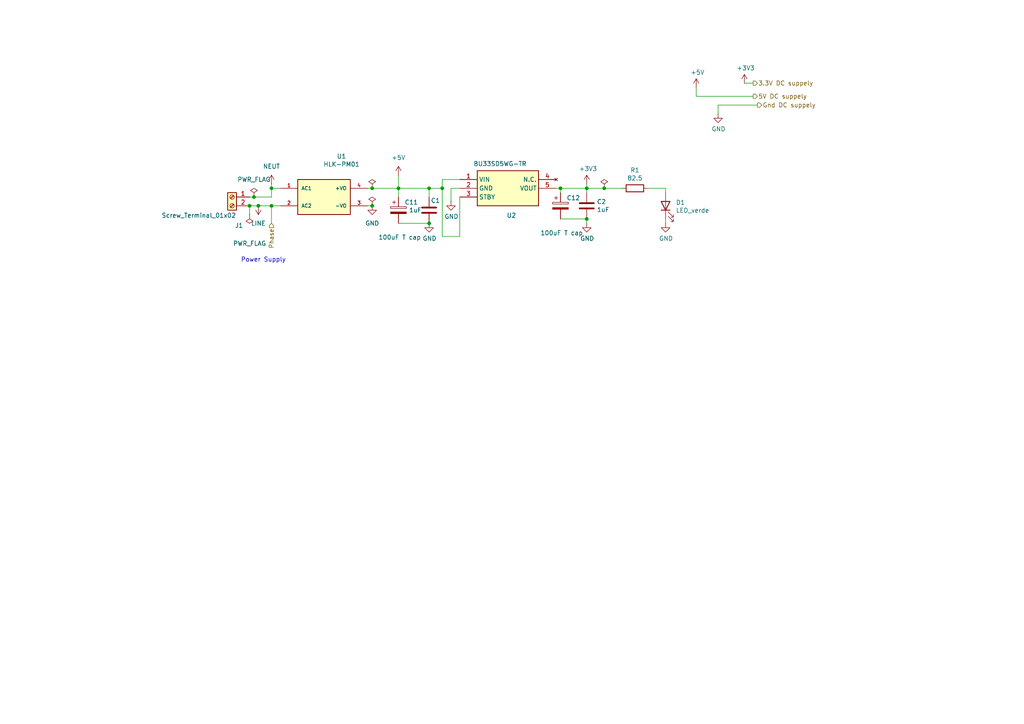
<source format=kicad_sch>
(kicad_sch (version 20231120) (generator "eeschema") (generator_version "8.0")
  (paper "A4")
  (lib_symbols
    (symbol "Connector:Screw_Terminal_01x02" (pin_names (offset 1.016) hide)
      (property "Reference" "J" (at 0 2.54 0))
      (property "Value" "Screw_Terminal_01x02" (at 0 -5.08 0))
      (symbol "Screw_Terminal_01x02_1_1"
        (rectangle (start -1.27 1.27) (end 1.27 -3.81) (stroke (width 0.254)) (fill (type background)))
        (circle (center 0 -2.54) (radius 0.635) (stroke (width 0.1524)))
        (polyline (pts (xy -0.5334 -2.2098) (xy 0.3302 -3.048)) (stroke (width 0.1524)))
        (polyline (pts (xy -0.5334 0.3302) (xy 0.3302 -0.508)) (stroke (width 0.1524)))
        (polyline (pts (xy -0.3556 -2.032) (xy 0.508 -2.8702)) (stroke (width 0.1524)))
        (polyline (pts (xy -0.3556 0.508) (xy 0.508 -0.3302)) (stroke (width 0.1524)))
        (circle (center 0 0) (radius 0.635) (stroke (width 0.1524)))
        (pin passive line (at -5.08 0 0) (length 3.81) (name "Pin_1") (number "1"))
        (pin passive line (at -5.08 -2.54 0) (length 3.81) (name "Pin_2") (number "2"))
      )
    )
    (symbol "Device:C" (pin_numbers hide) (pin_names (offset 0.254))
      (property "Reference" "C" (at 0.635 2.54 0))
      (property "Value" "C" (at 0.635 -2.54 0))
      (symbol "C_0_1"
        (polyline (pts (xy -2.032 -0.762) (xy 2.032 -0.762)) (stroke (width 0.508)))
        (polyline (pts (xy -2.032 0.762) (xy 2.032 0.762)) (stroke (width 0.508)))
      )
      (symbol "C_1_1"
        (pin passive line (at 0 3.81 270) (length 2.794) (name "~") (number "1"))
        (pin passive line (at 0 -3.81 90) (length 2.794) (name "~") (number "2"))
      )
    )
    (symbol "Device:C_Polarized" (pin_numbers hide) (pin_names (offset 0.254))
      (property "Reference" "C" (at 0.635 2.54 0))
      (property "Value" "C_Polarized" (at 0.635 -2.54 0))
      (symbol "C_Polarized_0_1"
        (rectangle (start -2.286 0.508) (end 2.286 1.016))
        (polyline (pts (xy -1.778 2.286) (xy -0.762 2.286)))
        (polyline (pts (xy -1.27 2.794) (xy -1.27 1.778)))
        (rectangle (start 2.286 -0.508) (end -2.286 -1.016) (fill (type outline)))
      )
      (symbol "C_Polarized_1_1"
        (pin passive line (at 0 3.81 270) (length 2.794) (name "~") (number "1"))
        (pin passive line (at 0 -3.81 90) (length 2.794) (name "~") (number "2"))
      )
    )
    (symbol "Device:LED" (pin_numbers hide) (pin_names (offset 1.016) hide)
      (property "Reference" "D" (at 0 2.54 0))
      (property "Value" "LED" (at 0 -2.54 0))
      (symbol "LED_0_1"
        (polyline (pts (xy -1.27 -1.27) (xy -1.27 1.27)) (stroke (width 0.254)))
        (polyline (pts (xy -1.27 0) (xy 1.27 0)))
        (polyline (pts (xy 1.27 -1.27) (xy 1.27 1.27) (xy -1.27 0) (xy 1.27 -1.27)) (stroke (width 0.254)))
        (polyline (pts (xy -3.048 -0.762) (xy -4.572 -2.286) (xy -3.81 -2.286) (xy -4.572 -2.286) (xy -4.572 -1.524)))
        (polyline (pts (xy -1.778 -0.762) (xy -3.302 -2.286) (xy -2.54 -2.286) (xy -3.302 -2.286) (xy -3.302 -1.524)))
      )
      (symbol "LED_1_1"
        (pin passive line (at -3.81 0 0) (length 2.54) (name "K") (number "1"))
        (pin passive line (at 3.81 0 180) (length 2.54) (name "A") (number "2"))
      )
    )
    (symbol "Device:R" (pin_numbers hide) (pin_names (offset 0))
      (property "Reference" "R" (at 2.032 0 90))
      (property "Value" "R" (at 0 0 90))
      (symbol "R_0_1"
        (rectangle (start -1.016 -2.54) (end 1.016 2.54) (stroke (width 0.254)))
      )
      (symbol "R_1_1"
        (pin passive line (at 0 3.81 270) (length 1.27) (name "~") (number "1"))
        (pin passive line (at 0 -3.81 90) (length 1.27) (name "~") (number "2"))
      )
    )
    (symbol "Rak_sym_Libr:BU33SD5WG-TR"
      (property "Reference" "PS" (at 24.13 7.62 0))
      (property "Value" "BU33SD5WG-TR" (at 24.13 5.08 0))
      (symbol "BU33SD5WG-TR_1_1"
        (rectangle (start 5.08 2.54) (end 22.86 -7.62) (stroke (width 0.254)) (fill (type background)))
        (pin input line (at 0 0 0) (length 5.08) (name "VIN") (number "1"))
        (pin input line (at 0 -2.54 0) (length 5.08) (name "GND") (number "2"))
        (pin passive line (at 0 -5.08 0) (length 5.08) (name "STBY") (number "3"))
        (pin no_connect line (at 27.94 0 180) (length 5.08) (name "N.C.") (number "4"))
        (pin bidirectional line (at 27.94 -2.54 180) (length 5.08) (name "VOUT") (number "5"))
      )
    )
    (symbol "Rak_sym_Libr:HLK-PM01" (pin_names (offset 1.016))
      (property "Reference" "PS" (at -7.62 5.588 0))
      (property "Value" "HLK-PM01" (at -7.62 -7.112 0))
      (symbol "HLK-PM01_0_0"
        (rectangle (start -7.62 5.08) (end 7.62 -5.08) (stroke (width 0.254)) (fill (type background)))
      )
      (symbol "HLK-PM01_1_0"
        (pin input line (at -12.7 2.54 0) (length 5.08) (name "AC1") (number "1"))
        (pin input line (at -12.7 -2.54 0) (length 5.08) (name "AC2") (number "2"))
        (pin bidirectional line (at 12.7 -2.54 180) (length 5.08) (name "-VO") (number "3"))
        (pin bidirectional line (at 12.7 2.54 180) (length 5.08) (name "+VO") (number "4"))
      )
    )
    (symbol "power:+3.3V" (power) (pin_numbers hide) (pin_names (offset 0) hide)
      (property "Value" "+3.3V" (at 0 3.556 0))
      (symbol "+3.3V_0_1"
        (polyline (pts (xy -0.762 1.27) (xy 0 2.54)))
        (polyline (pts (xy 0 0) (xy 0 2.54)))
        (polyline (pts (xy 0 2.54) (xy 0.762 1.27)))
      )
      (symbol "+3.3V_1_1"
        (pin power_in line (at 0 0 90) (length 0) (name "~") (number "1"))
      )
    )
    (symbol "power:+5V" (power) (pin_numbers hide) (pin_names (offset 0) hide)
      (property "Value" "+5V" (at 0 3.556 0))
      (symbol "+5V_0_1"
        (polyline (pts (xy -0.762 1.27) (xy 0 2.54)))
        (polyline (pts (xy 0 0) (xy 0 2.54)))
        (polyline (pts (xy 0 2.54) (xy 0.762 1.27)))
      )
      (symbol "+5V_1_1"
        (pin power_in line (at 0 0 90) (length 0) (name "~") (number "1"))
      )
    )
    (symbol "power:GND" (power) (pin_numbers hide) (pin_names (offset 0) hide)
      (property "Value" "GND" (at 0 -3.81 0))
      (symbol "GND_0_1"
        (polyline (pts (xy 0 0) (xy 0 -1.27) (xy 1.27 -1.27) (xy 0 -2.54) (xy -1.27 -1.27) (xy 0 -1.27)))
      )
      (symbol "GND_1_1"
        (pin power_in line (at 0 0 270) (length 0) (name "~") (number "1"))
      )
    )
    (symbol "power:LINE" (power) (pin_numbers hide) (pin_names (offset 0) hide)
      (property "Value" "LINE" (at 0 3.556 0))
      (symbol "LINE_0_1"
        (polyline (pts (xy -0.762 1.27) (xy 0 2.54)))
        (polyline (pts (xy 0 0) (xy 0 2.54)))
        (polyline (pts (xy 0 2.54) (xy 0.762 1.27)))
      )
      (symbol "LINE_1_1"
        (pin power_in line (at 0 0 90) (length 0) (name "~") (number "1"))
      )
    )
    (symbol "power:NEUT" (power) (pin_numbers hide) (pin_names (offset 0) hide)
      (property "Value" "NEUT" (at 0 3.556 0))
      (symbol "NEUT_0_1"
        (polyline (pts (xy -0.762 1.27) (xy 0 2.54)))
        (polyline (pts (xy 0 0) (xy 0 2.54)))
        (polyline (pts (xy 0 2.54) (xy 0.762 1.27)))
      )
      (symbol "NEUT_1_1"
        (pin power_in line (at 0 0 90) (length 0) (name "~") (number "1"))
      )
    )
    (symbol "power:PWR_FLAG" (power) (pin_numbers hide) (pin_names (offset 0) hide)
      (property "Value" "PWR_FLAG" (at 0 3.81 0))
      (symbol "PWR_FLAG_0_0"
        (pin power_out line (at 0 0 90) (length 0) (name "~") (number "1"))
      )
      (symbol "PWR_FLAG_0_1"
        (polyline (pts (xy 0 0) (xy 0 1.27) (xy -1.016 1.905) (xy 0 2.54) (xy 1.016 1.905) (xy 0 1.27)))
      )
    )
  )
  (junction (at 170.18 63.5))
  (junction (at 78.74 54.61))
  (junction (at 78.74 59.69))
  (junction (at 107.95 59.69))
  (junction (at 73.66 57.15))
  (junction (at 124.46 64.77))
  (junction (at 128.27 54.61))
  (junction (at 107.95 54.61))
  (junction (at 162.56 54.61))
  (junction (at 72.39 59.69))
  (junction (at 175.26 54.61))
  (junction (at 115.57 54.61))
  (junction (at 170.18 54.61))
  (junction (at 74.93 59.69))
  (junction (at 124.46 54.61))
  (wire (pts (xy 128.27 68.58) (xy 128.27 54.61)))
  (wire (pts (xy 162.56 54.61) (xy 170.18 54.61)))
  (wire (pts (xy 115.57 64.77) (xy 124.46 64.77)))
  (wire (pts (xy 78.74 64.77) (xy 78.74 59.69)))
  (wire (pts (xy 78.74 59.69) (xy 81.28 59.69)))
  (wire (pts (xy 170.18 54.61) (xy 175.26 54.61)))
  (wire (pts (xy 78.74 54.61) (xy 81.28 54.61)))
  (wire (pts (xy 106.68 54.61) (xy 107.95 54.61)))
  (wire (pts (xy 215.9 24.13) (xy 218.44 24.13)))
  (wire (pts (xy 124.46 54.61) (xy 128.27 54.61)))
  (wire (pts (xy 128.27 68.58) (xy 133.35 68.58)))
  (wire (pts (xy 201.93 27.94) (xy 218.44 27.94)))
  (wire (pts (xy 208.28 30.48) (xy 219.71 30.48)))
  (wire (pts (xy 208.28 30.48) (xy 208.28 33.02)))
  (wire (pts (xy 162.56 63.5) (xy 170.18 63.5)))
  (wire (pts (xy 130.81 54.61) (xy 130.81 58.42)))
  (wire (pts (xy 74.93 59.69) (xy 78.74 59.69)))
  (wire (pts (xy 175.26 54.61) (xy 180.34 54.61)))
  (wire (pts (xy 124.46 57.15) (xy 124.46 54.61)))
  (wire (pts (xy 133.35 68.58) (xy 133.35 57.15)))
  (wire (pts (xy 107.95 59.69) (xy 106.68 59.69)))
  (wire (pts (xy 72.39 57.15) (xy 73.66 57.15)))
  (wire (pts (xy 73.66 57.15) (xy 78.74 57.15)))
  (wire (pts (xy 72.39 59.69) (xy 74.93 59.69)))
  (wire (pts (xy 170.18 55.88) (xy 170.18 54.61)))
  (wire (pts (xy 162.56 54.61) (xy 162.56 55.88)))
  (wire (pts (xy 115.57 54.61) (xy 124.46 54.61)))
  (wire (pts (xy 115.57 50.8) (xy 115.57 54.61)))
  (wire (pts (xy 107.95 54.61) (xy 115.57 54.61)))
  (wire (pts (xy 78.74 57.15) (xy 78.74 54.61)))
  (wire (pts (xy 133.35 54.61) (xy 130.81 54.61)))
  (wire (pts (xy 193.04 55.88) (xy 193.04 54.61)))
  (wire (pts (xy 170.18 64.77) (xy 170.18 63.5)))
  (wire (pts (xy 187.96 54.61) (xy 193.04 54.61)))
  (wire (pts (xy 128.27 52.07) (xy 133.35 52.07)))
  (wire (pts (xy 161.29 54.61) (xy 162.56 54.61)))
  (wire (pts (xy 72.39 62.23) (xy 72.39 59.69)))
  (wire (pts (xy 78.74 54.61) (xy 78.74 53.34)))
  (wire (pts (xy 193.04 64.77) (xy 193.04 63.5)))
  (wire (pts (xy 115.57 57.15) (xy 115.57 54.61)))
  (wire (pts (xy 201.93 27.94) (xy 201.93 25.4)))
  (wire (pts (xy 128.27 54.61) (xy 128.27 52.07)))
  (wire (pts (xy 170.18 53.34) (xy 170.18 54.61)))
  (text "Power Supply" (at 69.85 76.2 0) (effects (font (size 1.27 1.27)) (justify left bottom)))
  (hierarchical_label "Phase" (shape input) (at 78.74 64.77 270))
  (hierarchical_label "Gnd DC suppely" (shape output) (at 219.71 30.48 0))
  (hierarchical_label "5V DC suppely" (shape output) (at 218.44 27.94 0))
  (hierarchical_label "3.3V DC suppely" (shape output) (at 218.44 24.13 0))
  (symbol (lib_id "power:LINE") (at 74.93 59.69 180) (unit 1)
    (property "Reference" "#PWR046" (effects (hide yes)))
    (property "Value" "LINE" (at 74.93 64.77 0))
    (property "Description" "Power symbol creates a global label with name \"LINE\"" (effects (hide yes)))
  )
  (symbol (lib_id "Connector:Screw_Terminal_01x02") (at 67.31 57.15 0) (mirror y) (unit 1)
    (property "Reference" "J1" (at 69.342 65.405 0))
    (property "Value" "Screw_Terminal_01x02" (at 57.658 62.484 0))
    (property "Footprint" "Rak_FP_Library:2_terminal_block" (effects (hide yes)))
    (property "Description" "Generic screw terminal, single row, 01x02, script generated (kicad-library-utils/schlib/autogen/connector/)" (effects (hide yes)))
  )
  (symbol (lib_id "Device:C") (at 124.46 60.96 0) (unit 1)
    (property "Reference" "C1" (at 124.968 58.166 0) (effects (justify left)))
    (property "Value" "1uF" (at 118.618 60.96 0) (effects (justify left)))
    (property "Footprint" "Capacitor_SMD:C_0603_1608Metric" (effects (hide yes)))
    (property "Description" "Unpolarized capacitor" (effects (hide yes)))
  )
  (symbol (lib_id "Device:LED") (at 193.04 59.69 90) (unit 1)
    (property "Reference" "D1" (at 196.0118 58.7248 90) (effects (justify right)))
    (property "Value" "LED_verde" (at 196.0118 61.0362 90) (effects (justify right)))
    (property "Footprint" "LED_SMD:LED_0603_1608Metric" (effects (hide yes)))
    (property "Description" "Light emitting diode" (effects (hide yes)))
  )
  (symbol (lib_id "Rak_sym_Libr:HLK-PM01") (at 93.98 57.15 0) (unit 1)
    (property "Reference" "U1" (at 99.06 45.339 0))
    (property "Value" "HLK-PM01" (at 99.06 47.6504 0))
    (property "Footprint" "Rak_FP_Library:CONV_HLK-PM01" (effects (hide yes)))
    (property "Datasheet" "http://www.hlktech.net/product_detail.php?ProId=54" (effects (hide yes)))
    (property "Package" "None" (effects (hide yes)))
    (property "MF" "Hi-link" (effects (hide yes)))
    (property "MAXIMUM_PACKAGE_HEIGHT" "15 mm" (effects (hide yes)))
    (property "Price" "None" (effects (hide yes)))
    (property "Check_prices" "https://www.snapeda.com/parts/hlk-pm01/Hi-link/view-part/?ref=eda" (effects (hide yes)))
    (property "STANDARD" "Manufacturer Recommendation" (effects (hide yes)))
    (property "SnapEDA_Link" "https://www.snapeda.com/parts/hlk-pm01/Hi-link/view-part/?ref=snap" (effects (hide yes)))
    (property "MP" "hlk-pm01" (effects (hide yes)))
    (property "Description_1" "\nThe HLK-PM01 is a small size low cost AC to DC converter which can take in 110V/220V AC at 50/60 Hz and give 5V 3W output. The module is can be used in designs which run on 5V and needs to be powered form the AC mains.\n" (effects (hide yes)))
    (property "MANUFACTURER" "Hi-link" (effects (hide yes)))
    (property "Availability" "Not in stock" (effects (hide yes)))
    (property "SNAPEDA_PN" "hlk-pm01" (effects (hide yes)))
  )
  (symbol (lib_id "Rak_sym_Libr:BU33SD5WG-TR") (at 133.35 52.07 0) (unit 1)
    (property "Reference" "U2" (at 148.336 62.484 0))
    (property "Value" "BU33SD5WG-TR" (at 145.034 47.498 0))
    (property "Footprint" "Rak_FP_Library:SOT95P280X125-5N" (effects (hide yes)))
    (property "Datasheet" "https://www.mouser.in/datasheet/2/348/buxxtd3wg_e-1874160.pdf" (effects (hide yes)))
    (property "Description" "LDO regulator,3.3V,0.5A,standby,SSOP5 ROHM BU33SD5WG-TR, LDO Voltage Regulator, 0.5A, 3.3 V +/-2%, 1.7  6 Vin, 5-Pin SSOP" (effects (hide yes)))
    (property "Height" "1.25" (effects (hide yes)))
    (property "Manufacturer_Name" "ROHM Semiconductor" (effects (hide yes)))
    (property "Manufacturer_Part_Number" "BU33SD5WG-TR" (effects (hide yes)))
  )
  (symbol (lib_id "power:+5V") (at 201.93 25.4 0) (unit 1)
    (property "Reference" "#PWR038" (effects (hide yes)))
    (property "Value" "+5V" (at 202.311 21.0058 0))
    (property "Description" "Power symbol creates a global label with name \"+5V\"" (effects (hide yes)))
  )
  (symbol (lib_id "power:GND") (at 107.95 59.69 0) (unit 1)
    (property "Reference" "#PWR047" (effects (hide yes)))
    (property "Value" "GND" (at 107.95 64.77 0))
    (property "Description" "Power symbol creates a global label with name \"GND\" , ground" (effects (hide yes)))
  )
  (symbol (lib_id "power:GND") (at 124.46 64.77 0) (unit 1)
    (property "Reference" "#PWR03" (effects (hide yes)))
    (property "Value" "GND" (at 124.587 69.1642 0))
    (property "Description" "Power symbol creates a global label with name \"GND\" , ground" (effects (hide yes)))
  )
  (symbol (lib_id "power:PWR_FLAG") (at 107.95 54.61 0) (unit 1)
    (property "Reference" "#FLG03" (effects (hide yes)))
    (property "Value" "PWR_FLAG" (effects (hide yes)))
    (property "Description" "Special symbol for telling ERC where power comes from" (effects (hide yes)))
  )
  (symbol (lib_id "Device:C_Polarized") (at 115.57 60.96 0) (unit 1)
    (property "Reference" "C11" (at 117.348 58.674 0) (effects (justify left)))
    (property "Value" "100uF T cap" (at 109.728 68.834 0) (effects (justify left)))
    (property "Footprint" "Capacitor_Tantalum_SMD:CP_EIA-7343-20_Kemet-V_Pad2.25x2.55mm_HandSolder" (effects (hide yes)))
    (property "Description" "Polarized capacitor" (effects (hide yes)))
    (property "Category" "Tantalum" (effects (hide yes)))
  )
  (symbol (lib_id "power:GND") (at 193.04 64.77 0) (unit 1)
    (property "Reference" "#PWR07" (effects (hide yes)))
    (property "Value" "GND" (at 193.167 69.1642 0))
    (property "Description" "Power symbol creates a global label with name \"GND\" , ground" (effects (hide yes)))
  )
  (symbol (lib_id "Device:C") (at 170.18 59.69 0) (unit 1)
    (property "Reference" "C2" (at 173.101 58.5216 0) (effects (justify left)))
    (property "Value" "1uF" (at 173.101 60.833 0) (effects (justify left)))
    (property "Footprint" "Capacitor_SMD:C_0603_1608Metric" (effects (hide yes)))
    (property "Description" "Unpolarized capacitor" (effects (hide yes)))
  )
  (symbol (lib_id "power:GND") (at 170.18 64.77 0) (unit 1)
    (property "Reference" "#PWR06" (effects (hide yes)))
    (property "Value" "GND" (at 170.307 69.1642 0))
    (property "Description" "Power symbol creates a global label with name \"GND\" , ground" (effects (hide yes)))
  )
  (symbol (lib_id "power:+3.3V") (at 170.18 53.34 0) (unit 1)
    (property "Reference" "#PWR02" (effects (hide yes)))
    (property "Value" "+3V3" (at 170.561 48.9458 0))
    (property "Description" "Power symbol creates a global label with name \"+3.3V\"" (effects (hide yes)))
  )
  (symbol (lib_id "Device:C_Polarized") (at 162.56 59.69 0) (unit 1)
    (property "Reference" "C12" (at 164.338 57.404 0) (effects (justify left)))
    (property "Value" "100uF T cap" (at 156.718 67.564 0) (effects (justify left)))
    (property "Footprint" "Capacitor_Tantalum_SMD:CP_EIA-7343-20_Kemet-V_Pad2.25x2.55mm_HandSolder" (effects (hide yes)))
    (property "Description" "Polarized capacitor" (effects (hide yes)))
    (property "Category" "Tantalum" (effects (hide yes)))
  )
  (symbol (lib_id "power:GND") (at 208.28 33.02 0) (unit 1)
    (property "Reference" "#PWR039" (effects (hide yes)))
    (property "Value" "GND" (at 208.407 37.4142 0))
    (property "Description" "Power symbol creates a global label with name \"GND\" , ground" (effects (hide yes)))
  )
  (symbol (lib_id "power:PWR_FLAG") (at 107.95 59.69 0) (unit 1)
    (property "Reference" "#FLG05" (effects (hide yes)))
    (property "Value" "PWR_FLAG" (effects (hide yes)))
    (property "Description" "Special symbol for telling ERC where power comes from" (effects (hide yes)))
  )
  (symbol (lib_id "Device:R") (at 184.15 54.61 270) (unit 1)
    (property "Reference" "R1" (at 184.15 49.3522 90))
    (property "Value" "82.5" (at 184.15 51.6636 90))
    (property "Footprint" "Resistor_SMD:R_0603_1608Metric_Pad1.05x0.95mm_HandSolder" (effects (hide yes)))
    (property "Description" "Resistor" (effects (hide yes)))
  )
  (symbol (lib_id "power:+5V") (at 115.57 50.8 0) (unit 1)
    (property "Reference" "#PWR01" (effects (hide yes)))
    (property "Value" "+5V" (at 115.57 45.72 0))
    (property "Description" "Power symbol creates a global label with name \"+5V\"" (effects (hide yes)))
  )
  (symbol (lib_id "power:NEUT") (at 78.74 53.34 0) (unit 1)
    (property "Reference" "#PWR045" (effects (hide yes)))
    (property "Value" "NEUT" (at 78.74 48.26 0))
    (property "Description" "Power symbol creates a global label with name \"NEUT\"" (effects (hide yes)))
  )
  (symbol (lib_id "power:GND") (at 130.81 58.42 0) (unit 1)
    (property "Reference" "#PWR04" (effects (hide yes)))
    (property "Value" "GND" (at 130.937 62.8142 0))
    (property "Description" "Power symbol creates a global label with name \"GND\" , ground" (effects (hide yes)))
  )
  (symbol (lib_id "power:PWR_FLAG") (at 175.26 54.61 0) (unit 1)
    (property "Reference" "#FLG06" (effects (hide yes)))
    (property "Value" "PWR_FLAG" (effects (hide yes)))
    (property "Description" "Special symbol for telling ERC where power comes from" (effects (hide yes)))
  )
  (symbol (lib_id "power:PWR_FLAG") (at 72.39 62.23 180) (unit 1)
    (property "Reference" "#FLG02" (effects (hide yes)))
    (property "Value" "PWR_FLAG" (at 72.39 70.612 0))
    (property "Description" "Special symbol for telling ERC where power comes from" (effects (hide yes)))
  )
  (symbol (lib_id "power:+3.3V") (at 215.9 24.13 0) (unit 1)
    (property "Reference" "#PWR037" (effects (hide yes)))
    (property "Value" "+3V3" (at 216.281 19.7358 0))
    (property "Description" "Power symbol creates a global label with name \"+3.3V\"" (effects (hide yes)))
  )
  (symbol (lib_id "power:PWR_FLAG") (at 73.66 57.15 0) (unit 1)
    (property "Reference" "#FLG01" (effects (hide yes)))
    (property "Value" "PWR_FLAG" (at 73.66 52.07 0))
    (property "Description" "Special symbol for telling ERC where power comes from" (effects (hide yes)))
  )
)
</source>
